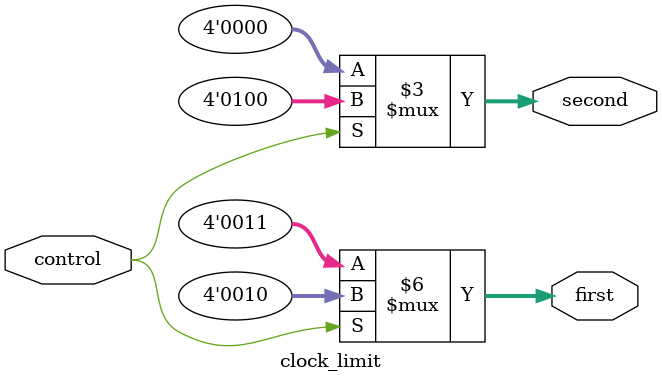
<source format=v>
module clock_limit(
	input          control,
	output reg[3:0] first,
	output reg[3:0] second
);

always@(*)
begin
	
	if(control)
	begin
		first <= 4'd2;
		second <= 4'd4;
	end
	else
	begin
		first <= 4'd3;
		second <= 4'd0;
	end
	
end


endmodule

</source>
